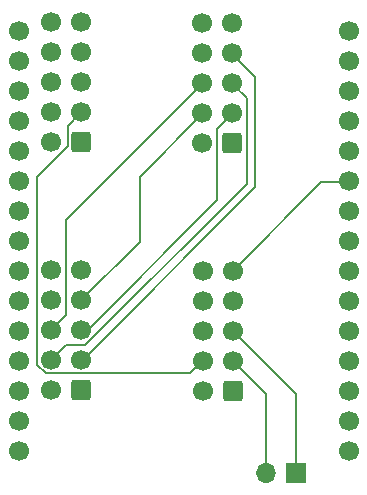
<source format=gbr>
%TF.GenerationSoftware,KiCad,Pcbnew,8.0.5*%
%TF.CreationDate,2024-09-24T01:03:51+02:00*%
%TF.ProjectId,RRF_MOT_EXP_ADAPTER,5252465f-4d4f-4545-9f45-58505f414441,rev?*%
%TF.SameCoordinates,Original*%
%TF.FileFunction,Copper,L2,Bot*%
%TF.FilePolarity,Positive*%
%FSLAX46Y46*%
G04 Gerber Fmt 4.6, Leading zero omitted, Abs format (unit mm)*
G04 Created by KiCad (PCBNEW 8.0.5) date 2024-09-24 01:03:51*
%MOMM*%
%LPD*%
G01*
G04 APERTURE LIST*
G04 Aperture macros list*
%AMRoundRect*
0 Rectangle with rounded corners*
0 $1 Rounding radius*
0 $2 $3 $4 $5 $6 $7 $8 $9 X,Y pos of 4 corners*
0 Add a 4 corners polygon primitive as box body*
4,1,4,$2,$3,$4,$5,$6,$7,$8,$9,$2,$3,0*
0 Add four circle primitives for the rounded corners*
1,1,$1+$1,$2,$3*
1,1,$1+$1,$4,$5*
1,1,$1+$1,$6,$7*
1,1,$1+$1,$8,$9*
0 Add four rect primitives between the rounded corners*
20,1,$1+$1,$2,$3,$4,$5,0*
20,1,$1+$1,$4,$5,$6,$7,0*
20,1,$1+$1,$6,$7,$8,$9,0*
20,1,$1+$1,$8,$9,$2,$3,0*%
G04 Aperture macros list end*
%TA.AperFunction,ComponentPad*%
%ADD10R,1.700000X1.700000*%
%TD*%
%TA.AperFunction,ComponentPad*%
%ADD11O,1.700000X1.700000*%
%TD*%
%TA.AperFunction,ComponentPad*%
%ADD12C,1.700000*%
%TD*%
%TA.AperFunction,ComponentPad*%
%ADD13RoundRect,0.250000X-0.600000X-0.600000X0.600000X-0.600000X0.600000X0.600000X-0.600000X0.600000X0*%
%TD*%
%TA.AperFunction,Conductor*%
%ADD14C,0.200000*%
%TD*%
G04 APERTURE END LIST*
D10*
%TO.P,J1,1,Pin_1*%
%TO.N,/M1_DIAG*%
X134407529Y-79336527D03*
D11*
%TO.P,J1,2,Pin_2*%
%TO.N,/M2_DIAG*%
X131867529Y-79336527D03*
%TD*%
D12*
%TO.P,U1,1,A0(ADC0)*%
%TO.N,unconnected-(U1-A0(ADC0)-Pad1)*%
X138906861Y-77460211D03*
%TO.P,U1,2,RSV*%
%TO.N,unconnected-(U1-RSV-Pad2)*%
X138906861Y-74920211D03*
%TO.P,U1,3,RSV*%
%TO.N,unconnected-(U1-RSV-Pad3)*%
X138906861Y-72380211D03*
%TO.P,U1,4,SD3(GPIO10)*%
%TO.N,unconnected-(U1-SD3(GPIO10)-Pad4)*%
X138906861Y-69840211D03*
%TO.P,U1,5,SD2(GPIO9)*%
%TO.N,unconnected-(U1-SD2(GPIO9)-Pad5)*%
X138906861Y-67300211D03*
%TO.P,U1,6,SD1(MOSI)*%
%TO.N,unconnected-(U1-SD1(MOSI)-Pad6)*%
X138906861Y-64760211D03*
%TO.P,U1,7,CMD(CS)*%
%TO.N,unconnected-(U1-CMD(CS)-Pad7)*%
X138906861Y-62220211D03*
%TO.P,U1,8,SDO(MISO)*%
%TO.N,unconnected-(U1-SDO(MISO)-Pad8)*%
X138906861Y-59680211D03*
%TO.P,U1,9,CLK(SCLK)*%
%TO.N,unconnected-(U1-CLK(SCLK)-Pad9)*%
X138906861Y-57140211D03*
%TO.P,U1,10,GND*%
%TO.N,/GND*%
X138906861Y-54600211D03*
%TO.P,U1,11,3.3V*%
%TO.N,unconnected-(U1-3.3V-Pad11)*%
X138906861Y-52060211D03*
%TO.P,U1,12,EN*%
%TO.N,unconnected-(U1-EN-Pad12)*%
X138906861Y-49520211D03*
%TO.P,U1,13,RST*%
%TO.N,Net-(U1-RST)*%
X138906861Y-46980211D03*
%TO.P,U1,14,GND*%
%TO.N,unconnected-(U1-GND-Pad14)*%
X138906861Y-44440211D03*
%TO.P,U1,15,VIN*%
%TO.N,/+5V*%
X138906861Y-41900211D03*
%TO.P,U1,16,3.3V*%
%TO.N,unconnected-(U1-3.3V-Pad16)*%
X110966861Y-41900211D03*
%TO.P,U1,17,GND*%
%TO.N,unconnected-(U1-GND-Pad17)*%
X110966861Y-44440211D03*
%TO.P,U1,18,TX(GPIO1)*%
%TO.N,unconnected-(U1-TX(GPIO1)-Pad18)*%
X110966861Y-46980211D03*
%TO.P,U1,19,RX(DPIO3)*%
%TO.N,unconnected-(U1-RX(DPIO3)-Pad19)*%
X110966861Y-49520211D03*
%TO.P,U1,20,D8(GPIO15)*%
%TO.N,Net-(U1-D8(GPIO15))*%
X110966861Y-52060211D03*
%TO.P,U1,21,D7(GPIO13)*%
%TO.N,Net-(U1-D7(GPIO13))*%
X110966861Y-54600211D03*
%TO.P,U1,22,D6(GPIO12)*%
%TO.N,Net-(U1-D6(GPIO12))*%
X110966861Y-57140211D03*
%TO.P,U1,23,D5(GPIO14)*%
%TO.N,Net-(U1-D5(GPIO14))*%
X110966861Y-59680211D03*
%TO.P,U1,24,GND*%
%TO.N,unconnected-(U1-GND-Pad24)*%
X110966861Y-62220211D03*
%TO.P,U1,25,3.3V*%
%TO.N,unconnected-(U1-3.3V-Pad25)*%
X110966861Y-64760211D03*
%TO.P,U1,26,D4(GPIO2)*%
%TO.N,unconnected-(U1-D4(GPIO2)-Pad26)*%
X110966861Y-67300211D03*
%TO.P,U1,27,D3(GPIO0)*%
%TO.N,Net-(U1-D3(GPIO0))*%
X110966861Y-69840211D03*
%TO.P,U1,28,D2(GPIO4)*%
%TO.N,/1.30*%
X110966861Y-72380211D03*
%TO.P,U1,29,D1(GPIO5)*%
%TO.N,unconnected-(U1-D1(GPIO5)-Pad29)*%
X110966861Y-74920211D03*
%TO.P,U1,30,D0(GPIO16)*%
%TO.N,unconnected-(U1-D0(GPIO16)-Pad30)*%
X110966861Y-77460211D03*
%TD*%
D13*
%TO.P,MOT1,1,Pin_1*%
%TO.N,/M3_DIAG*%
X129071122Y-72374585D03*
D12*
%TO.P,MOT1,2,Pin_2*%
%TO.N,/M3_RX*%
X126531122Y-72374585D03*
%TO.P,MOT1,3,Pin_3*%
%TO.N,/M2_DIAG*%
X129071122Y-69834585D03*
%TO.P,MOT1,4,Pin_4*%
%TO.N,/3.26 M2_UART*%
X126531122Y-69834585D03*
%TO.P,MOT1,5,Pin_5*%
%TO.N,/M1_DIAG*%
X129071122Y-67294585D03*
%TO.P,MOT1,6,Pin_6*%
%TO.N,/3.25 M1_UART*%
X126531122Y-67294585D03*
%TO.P,MOT1,7,Pin_7*%
%TO.N,/M3_EN*%
X129071122Y-64754585D03*
%TO.P,MOT1,8,Pin_8*%
%TO.N,/1.23 M2_EN*%
X126531122Y-64754585D03*
%TO.P,MOT1,9,Pin_9*%
%TO.N,/GND*%
X129071122Y-62214585D03*
%TO.P,MOT1,10,Pin_10*%
%TO.N,unconnected-(MOT1-Pin_10-Pad10)*%
X126531122Y-62214585D03*
%TD*%
D13*
%TO.P,MOT2,1,Pin_1*%
%TO.N,/M3_STEP*%
X129049618Y-51409734D03*
D12*
%TO.P,MOT2,2,Pin_2*%
%TO.N,/M3_DIR*%
X126509618Y-51409734D03*
%TO.P,MOT2,3,Pin_3*%
%TO.N,/1.20 M2_STP*%
X129049618Y-48869734D03*
%TO.P,MOT2,4,Pin_4*%
%TO.N,/1.22 M2_DIR*%
X126509618Y-48869734D03*
%TO.P,MOT2,5,Pin_5*%
%TO.N,/1.19 M1_DIR*%
X129049618Y-46329734D03*
%TO.P,MOT2,6,Pin_6*%
%TO.N,/1.21 M1_STEP*%
X126509618Y-46329734D03*
%TO.P,MOT2,7,Pin_7*%
%TO.N,/1.18 M1_EN*%
X129049618Y-43789734D03*
%TO.P,MOT2,8,Pin_8*%
%TO.N,unconnected-(MOT2-Pin_8-Pad8)*%
X126509618Y-43789734D03*
%TO.P,MOT2,9,Pin_9*%
%TO.N,/GND*%
X129049618Y-41249734D03*
%TO.P,MOT2,10,Pin_10*%
%TO.N,unconnected-(MOT2-Pin_10-Pad10)*%
X126509618Y-41249734D03*
%TD*%
D13*
%TO.P,EXP2,1,Pin_1*%
%TO.N,/0.17*%
X116263646Y-51290940D03*
D12*
%TO.P,EXP2,2,Pin_2*%
%TO.N,/0.15*%
X113723646Y-51290940D03*
%TO.P,EXP2,3,Pin_3*%
%TO.N,/3.26 M2_UART*%
X116263646Y-48750940D03*
%TO.P,EXP2,4,Pin_4*%
%TO.N,/0.16*%
X113723646Y-48750940D03*
%TO.P,EXP2,5,Pin_5*%
%TO.N,/3.25 M1_UART*%
X116263646Y-46210940D03*
%TO.P,EXP2,6,Pin_6*%
%TO.N,/0.18*%
X113723646Y-46210940D03*
%TO.P,EXP2,7,Pin_7*%
%TO.N,/1.31*%
X116263646Y-43670940D03*
%TO.P,EXP2,8,Pin_8*%
%TO.N,/RESET*%
X113723646Y-43670940D03*
%TO.P,EXP2,9,Pin_9*%
%TO.N,/GND*%
X116263646Y-41130940D03*
%TO.P,EXP2,10,Pin_10*%
%TO.N,/NC*%
X113723646Y-41130940D03*
%TD*%
D13*
%TO.P,EXP1,1,Pin_1*%
%TO.N,/1.30*%
X116266006Y-72281948D03*
D12*
%TO.P,EXP1,2,Pin_2*%
%TO.N,/0.28*%
X113726006Y-72281948D03*
%TO.P,EXP1,3,Pin_3*%
%TO.N,/1.18 M1_EN*%
X116266006Y-69741948D03*
%TO.P,EXP1,4,Pin_4*%
%TO.N,/1.19 M1_DIR*%
X113726006Y-69741948D03*
%TO.P,EXP1,5,Pin_5*%
%TO.N,/1.20 M2_STP*%
X116266006Y-67201948D03*
%TO.P,EXP1,6,Pin_6*%
%TO.N,/1.21 M1_STEP*%
X113726006Y-67201948D03*
%TO.P,EXP1,7,Pin_7*%
%TO.N,/1.22 M2_DIR*%
X116266006Y-64661948D03*
%TO.P,EXP1,8,Pin_8*%
%TO.N,/1.23 M2_EN*%
X113726006Y-64661948D03*
%TO.P,EXP1,9,Pin_9*%
%TO.N,/GND*%
X116266006Y-62121948D03*
%TO.P,EXP1,10,Pin_10*%
%TO.N,/+5V*%
X113726006Y-62121948D03*
%TD*%
D14*
%TO.N,/1.18 M1_EN*%
X129047113Y-43838287D02*
X131000000Y-45791174D01*
X131000000Y-55128977D02*
X116387029Y-69741948D01*
X116387029Y-69741948D02*
X116266006Y-69741948D01*
X131000000Y-45791174D02*
X131000000Y-55128977D01*
%TO.N,/1.20 M2_STP*%
X116266006Y-67201948D02*
X116798052Y-67201948D01*
X127750000Y-50215400D02*
X129047113Y-48918287D01*
X116798052Y-67201948D02*
X127750000Y-56250000D01*
X127750000Y-56250000D02*
X127750000Y-50215400D01*
%TO.N,/1.21 M1_STEP*%
X115000000Y-65927954D02*
X113726006Y-67201948D01*
X126507113Y-46378287D02*
X115000000Y-57885400D01*
X115000000Y-57885400D02*
X115000000Y-65927954D01*
%TO.N,/GND*%
X138970000Y-54700000D02*
X136585707Y-54700000D01*
X136585707Y-54700000D02*
X129071122Y-62214585D01*
%TO.N,/1.22 M2_DIR*%
X116266006Y-64661948D02*
X121193960Y-59733994D01*
X121193960Y-54231440D02*
X126507113Y-48918287D01*
X121193960Y-59733994D02*
X121193960Y-54231440D01*
%TO.N,/1.19 M1_DIR*%
X130250000Y-47581174D02*
X129047113Y-46378287D01*
X114967954Y-68500000D02*
X116594300Y-68500000D01*
X113726006Y-69741948D02*
X114967954Y-68500000D01*
X116594300Y-68500000D02*
X130250000Y-54844300D01*
X130250000Y-54844300D02*
X130250000Y-47581174D01*
%TO.N,/M1_DIAG*%
X129071122Y-67294585D02*
X134407529Y-72630992D01*
X134407529Y-72630992D02*
X134407529Y-79336527D01*
%TO.N,/M2_DIAG*%
X131867529Y-72630992D02*
X131867529Y-79336527D01*
X129071122Y-69834585D02*
X131867529Y-72630992D01*
%TO.N,/3.26 M2_UART*%
X112500000Y-70142288D02*
X112500000Y-54250000D01*
X125473759Y-70891948D02*
X113249660Y-70891948D01*
X112500000Y-54250000D02*
X115113646Y-51636354D01*
X116263646Y-48750940D02*
X116263646Y-49306196D01*
X113249660Y-70891948D02*
X112500000Y-70142288D01*
X126531122Y-69834585D02*
X125473759Y-70891948D01*
X115113646Y-51636354D02*
X115113646Y-49900940D01*
X115113646Y-49900940D02*
X116263646Y-48750940D01*
%TD*%
M02*

</source>
